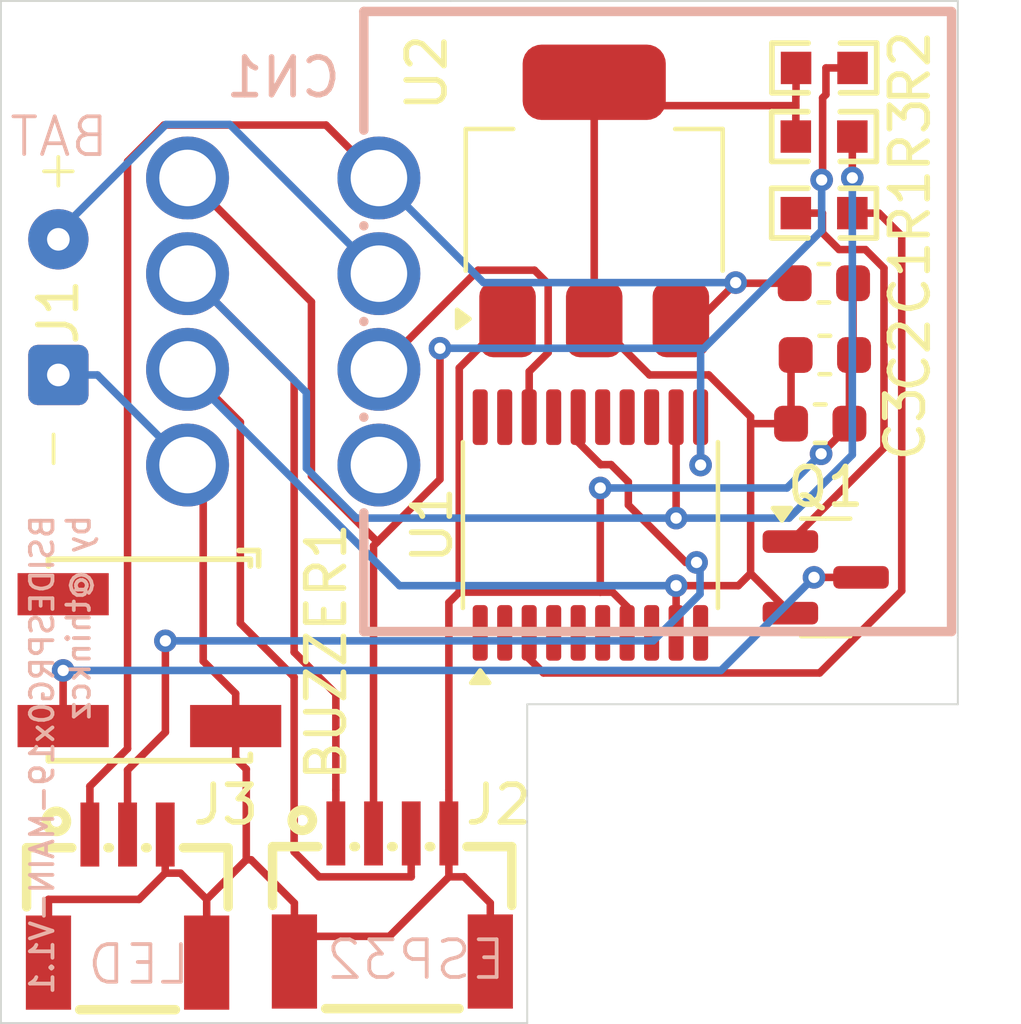
<source format=kicad_pcb>
(kicad_pcb (version 20240108) (generator "pcbnew") (generator_version "8.0")
  (layers (0 "F.Cu" signal) (31 "B.Cu" signal) (34 "B.Paste" user) (35 "F.Paste" user) (36 "B.SilkS" user "B.Silkscreen") (37 "F.SilkS" user "F.Silkscreen") (38 "B.Mask" user) (39 "F.Mask" user) (44 "Edge.Cuts" user))
  (net 0 "")
  (net 5 "Net-(BUZZER1-+)")
  (net 6 "+3V3")
  (net 8 "GND")
  (net 18 "Net-(CN1-PRM)")
  (net 20 "Net-(U1-PC6)")
  (net 21 "VDD")
  (net 22 "Net-(CN1-SCL)")
  (net 23 "Net-(CN1-SDA)")
  (net 24 "Net-(CN1-VDD)")
  (net 25 "Net-(Q1-B)")
  (net 26 "Net-(U1-PD6)")
  (footprint "BSides2025:R0603" (layer "F.Cu") (at 72.656 77.978)
    (property "Reference" "R2" (at 2.274 0 90) (layer "F.SilkS"))
    (property "Value" "10k")
    (fp_line (start -1.39 -0.66) (end -0.43 -0.66) (stroke (width 0.15)) (layer "F.SilkS"))
    (fp_line (start -1.39 0.66) (end -1.39 -0.66) (stroke (width 0.15)) (layer "F.SilkS"))
    (fp_line (start -0.43 0.66) (end -1.39 0.66) (stroke (width 0.15)) (layer "F.SilkS"))
    (fp_line (start 0.43 0.66) (end 1.39 0.66) (stroke (width 0.15)) (layer "F.SilkS"))
    (fp_line (start 1.39 -0.66) (end 0.43 -0.66) (stroke (width 0.15)) (layer "F.SilkS"))
    (fp_line (start 1.39 0.66) (end 1.39 -0.66) (stroke (width 0.15)) (layer "F.SilkS"))
    (pad "1" smd rect (at -0.75 0) (size 0.81 0.86) (layers "F.Cu" "F.Paste" "F.Mask") (net 6 "+3V3"))
    (pad "2" smd rect (at 0.75 0) (size 0.81 0.86) (layers "F.Cu" "F.Paste" "F.Mask") (net 23 "Net-(CN1-SDA)"))
  )
  (footprint "Package_TO_SOT_SMD:SOT-223-3_TabPin2" (layer "F.Cu") (at 66.548 81.509 90)
    (property "Reference" "U2" (at 3.404 -4.445 90) (layer "F.SilkS"))
    (property "Value" "AMS1117-3.3")
    (fp_line (start 1.91 -3.41) (end 1.91 -2.15) (stroke (width 0.12)) (layer "F.SilkS"))
    (fp_line (start -1.85 -3.41) (end 1.91 -3.41) (stroke (width 0.12)) (layer "F.SilkS"))
    (fp_line (start 1.91 3.41) (end 1.91 2.15) (stroke (width 0.12)) (layer "F.SilkS"))
    (fp_line (start -1.85 3.41) (end 1.91 3.41) (stroke (width 0.12)) (layer "F.SilkS"))
    (fp_poly (pts (xy -3.13 -3.31) (xy -3.37 -3.64) (xy -2.89 -3.64) (xy -3.13 -3.31)) (stroke (width 0.12)) (fill solid) (layer "F.SilkS"))
    (pad "1" smd roundrect (at -3.15 -2.3 90) (size 2 1.5) (layers "F.Cu" "F.Paste" "F.Mask") (net 8 "GND"))
    (pad "2" smd roundrect (at -3.15 0 90) (size 2 1.5) (layers "F.Cu" "F.Paste" "F.Mask") (net 6 "+3V3"))
    (pad "2" smd roundrect (at 3.15 0 90) (size 2 3.8) (layers "F.Cu" "F.Paste" "F.Mask") (net 6 "+3V3"))
    (pad "3" smd roundrect (at -3.15 2.3 90) (size 2 1.5) (layers "F.Cu" "F.Paste" "F.Mask") (net 21 "VDD"))
  )
  (footprint "Connector_Wire:SolderWire-0.1sqmm_1x02_P3.6mm_D0.4mm_OD1mm" (layer "F.Cu") (at 52.324 86.128 90)
    (property "Reference" "J1" (at 1.673 0 90) (layer "F.SilkS"))
    (property "Value" "battery 4.5V" (hide yes))
    (pad "1" thru_hole roundrect (at 0 0 90) (size 1.6 1.6) (drill 0.6) (layers "*.Cu" "*.Mask") (roundrect_rratio 0.15625) (net 8 "GND"))
    (pad "2" thru_hole circle (at 3.6 0 90) (size 1.6 1.6) (drill 0.6) (layers "*.Cu" "*.Mask") (net 24 "Net-(CN1-VDD)"))
  )
  (footprint "BSides2025:BUZ-SMD_3P-L5.2-W5.2-P3.50-BR" (layer "F.Cu") (at 54.741 93.698 90)
    (property "Reference" "BUZZER1" (at 0.226 4.695 90) (layer "F.SilkS"))
    (property "Value" "MLT-5030")
    (fp_line (start 2.68 -2.68) (end 2.68 2.68) (stroke (width 0.15)) (layer "F.SilkS"))
    (fp_line (start 2.5 -2.68) (end 2.68 -2.68) (stroke (width 0.15)) (layer "F.SilkS"))
    (fp_line (start -2.5 -2.68) (end -2.67 -2.68) (stroke (width 0.15)) (layer "F.SilkS"))
    (fp_line (start -2.67 -2.68) (end -2.67 2.68) (stroke (width 0.15)) (layer "F.SilkS"))
    (fp_line (start 2.68 2.68) (end 2.5 2.68) (stroke (width 0.15)) (layer "F.SilkS"))
    (fp_line (start -2.67 2.68) (end -2.5 2.68) (stroke (width 0.15)) (layer "F.SilkS"))
    (fp_line (start 2.91 2.9) (end 2.91 2.38) (stroke (width 0.15)) (layer "F.SilkS"))
    (fp_line (start 2.83 2.9) (end 2.91 2.9) (stroke (width 0.15)) (layer "F.SilkS"))
    (fp_line (start 2.5 2.9) (end 2.83 2.9) (stroke (width 0.15)) (layer "F.SilkS"))
    (pad "1" smd rect (at 1.75 -2.29 270) (size 1.12 2.42) (layers "F.Cu" "F.Paste" "F.Mask"))
    (pad "2" smd rect (at -1.75 -2.29 270) (size 1.12 2.42) (layers "F.Cu" "F.Paste" "F.Mask") (net 5 "Net-(BUZZER1-+)"))
    (pad "3" smd rect (at -1.75 2.29 270) (size 1.12 2.42) (layers "F.Cu" "F.Paste" "F.Mask") (net 8 "GND"))
  )
  (footprint "BSides2025:CONN-SMD_3P-P1.00_WAFER-SH1.0-3PWB" (layer "F.Cu") (at 54.161 100.027)
    (property "Reference" "J3" (at 2.608 -2.491 0) (layer "F.SilkS"))
    (property "Value" "LED")
    (fp_line (start -2.68 -1.35) (end -2.68 0.22) (stroke (width 0.25)) (layer "F.SilkS"))
    (fp_line (start -1.48 -1.35) (end -2.68 -1.35) (stroke (width 0.25)) (layer "F.SilkS"))
    (fp_line (start -1.27 2.95) (end 1.27 2.95) (stroke (width 0.25)) (layer "F.SilkS"))
    (fp_line (start -0.48 -1.35) (end -0.52 -1.35) (stroke (width 0.25)) (layer "F.SilkS"))
    (fp_line (start 0.52 -1.35) (end 0.48 -1.35) (stroke (width 0.25)) (layer "F.SilkS"))
    (fp_line (start 1.52 -1.35) (end 1.48 -1.35) (stroke (width 0.25)) (layer "F.SilkS"))
    (fp_line (start 1.52 -1.35) (end 2.67 -1.35) (stroke (width 0.25)) (layer "F.SilkS"))
    (fp_line (start 2.67 -1.35) (end 2.67 0.22) (stroke (width 0.25)) (layer "F.SilkS"))
    (fp_circle (center -1.89 -2.05) (end -1.62 -2.05) (stroke (width 0.25)) (fill none) (layer "F.SilkS"))
    (pad "1" smd rect (at -1 -1.7) (size 0.5 1.7) (layers "F.Cu" "F.Paste" "F.Mask") (net 21 "VDD"))
    (pad "2" smd rect (at 0 -1.7) (size 0.5 1.7) (layers "F.Cu" "F.Paste" "F.Mask") (net 20 "Net-(U1-PC6)"))
    (pad "3" smd rect (at 1 -1.7) (size 0.5 1.7) (layers "F.Cu" "F.Paste" "F.Mask") (net 8 "GND"))
    (pad "4" smd rect (at -2.1 1.7) (size 1.2 2.5) (layers "F.Cu" "F.Paste" "F.Mask") (net 8 "GND"))
    (pad "5" smd rect (at 2.1 1.7) (size 1.2 2.5) (layers "F.Cu" "F.Paste" "F.Mask") (net 8 "GND"))
  )
  (footprint "Package_TO_SOT_SMD:SOT-23" (layer "F.Cu") (at 72.6925 91.501)
    (property "Reference" "Q1" (at 0 -2.4 0) (layer "F.SilkS"))
    (property "Value" "MMBT3906")
    (fp_line (start 0 -1.56) (end -0.65 -1.56) (stroke (width 0.12)) (layer "F.SilkS"))
    (fp_line (start 0 -1.56) (end 0.65 -1.56) (stroke (width 0.12)) (layer "F.SilkS"))
    (fp_line (start 0 1.56) (end -0.65 1.56) (stroke (width 0.12)) (layer "F.SilkS"))
    (fp_line (start 0 1.56) (end 0.65 1.56) (stroke (width 0.12)) (layer "F.SilkS"))
    (fp_poly (pts (xy -1.1625 -1.51) (xy -1.4025 -1.84) (xy -0.9225 -1.84) (xy -1.1625 -1.51)) (stroke (width 0.12)) (fill solid) (layer "F.SilkS"))
    (pad "1" smd roundrect (at -0.9375 -0.95) (size 1.475 0.6) (layers "F.Cu" "F.Paste" "F.Mask") (net 25 "Net-(Q1-B)"))
    (pad "2" smd roundrect (at -0.9375 0.95) (size 1.475 0.6) (layers "F.Cu" "F.Paste" "F.Mask") (net 6 "+3V3"))
    (pad "3" smd roundrect (at 0.9375 0) (size 1.475 0.6) (layers "F.Cu" "F.Paste" "F.Mask") (net 5 "Net-(BUZZER1-+)"))
  )
  (footprint "Package_SO:TSSOP-20_4.4x6.5mm_P0.65mm" (layer "F.Cu") (at 66.447 90.1115 90)
    (property "Reference" "U1" (at 0 -4.2 90) (layer "F.SilkS"))
    (property "Value" "CH32V003FxPx")
    (fp_line (start 0 -3.385) (end 2.2 -3.385) (stroke (width 0.12)) (layer "F.SilkS"))
    (fp_line (start 0 -3.385) (end -2.2 -3.385) (stroke (width 0.12)) (layer "F.SilkS"))
    (fp_line (start 0 3.385) (end 2.2 3.385) (stroke (width 0.12)) (layer "F.SilkS"))
    (fp_line (start 0 3.385) (end -2.2 3.385) (stroke (width 0.12)) (layer "F.SilkS"))
    (fp_poly (pts (xy -3.86 -2.925) (xy -4.19 -3.165) (xy -4.19 -2.685) (xy -3.86 -2.925)) (stroke (width 0.12)) (fill solid) (layer "F.SilkS"))
    (pad "1" smd roundrect (at -2.8625 -2.925 90) (size 1.475 0.4) (layers "F.Cu" "F.Paste" "F.Mask"))
    (pad "2" smd roundrect (at -2.8625 -2.275 90) (size 1.475 0.4) (layers "F.Cu" "F.Paste" "F.Mask"))
    (pad "3" smd roundrect (at -2.8625 -1.625 90) (size 1.475 0.4) (layers "F.Cu" "F.Paste" "F.Mask") (net 26 "Net-(U1-PD6)"))
    (pad "4" smd roundrect (at -2.8625 -0.975 90) (size 1.475 0.4) (layers "F.Cu" "F.Paste" "F.Mask"))
    (pad "5" smd roundrect (at -2.8625 -0.325 90) (size 1.475 0.4) (layers "F.Cu" "F.Paste" "F.Mask"))
    (pad "6" smd roundrect (at -2.8625 0.325 90) (size 1.475 0.4) (layers "F.Cu" "F.Paste" "F.Mask"))
    (pad "7" smd roundrect (at -2.8625 0.975 90) (size 1.475 0.4) (layers "F.Cu" "F.Paste" "F.Mask") (net 8 "GND"))
    (pad "8" smd roundrect (at -2.8625 1.625 90) (size 1.475 0.4) (layers "F.Cu" "F.Paste" "F.Mask"))
    (pad "9" smd roundrect (at -2.8625 2.275 90) (size 1.475 0.4) (layers "F.Cu" "F.Paste" "F.Mask") (net 6 "+3V3"))
    (pad "10" smd roundrect (at -2.8625 2.925 90) (size 1.475 0.4) (layers "F.Cu" "F.Paste" "F.Mask"))
    (pad "11" smd roundrect (at 2.8625 2.925 90) (size 1.475 0.4) (layers "F.Cu" "F.Paste" "F.Mask") (net 23 "Net-(CN1-SDA)"))
    (pad "12" smd roundrect (at 2.8625 2.275 90) (size 1.475 0.4) (layers "F.Cu" "F.Paste" "F.Mask") (net 22 "Net-(CN1-SCL)"))
    (pad "13" smd roundrect (at 2.8625 1.625 90) (size 1.475 0.4) (layers "F.Cu" "F.Paste" "F.Mask"))
    (pad "14" smd roundrect (at 2.8625 0.975 90) (size 1.475 0.4) (layers "F.Cu" "F.Paste" "F.Mask"))
    (pad "15" smd roundrect (at 2.8625 0.325 90) (size 1.475 0.4) (layers "F.Cu" "F.Paste" "F.Mask"))
    (pad "16" smd roundrect (at 2.8625 -0.325 90) (size 1.475 0.4) (layers "F.Cu" "F.Paste" "F.Mask") (net 20 "Net-(U1-PC6)"))
    (pad "17" smd roundrect (at 2.8625 -0.975 90) (size 1.475 0.4) (layers "F.Cu" "F.Paste" "F.Mask"))
    (pad "18" smd roundrect (at 2.8625 -1.625 90) (size 1.475 0.4) (layers "F.Cu" "F.Paste" "F.Mask") (net 18 "Net-(CN1-PRM)"))
    (pad "19" smd roundrect (at 2.8625 -2.275 90) (size 1.475 0.4) (layers "F.Cu" "F.Paste" "F.Mask"))
    (pad "20" smd roundrect (at 2.8625 -2.925 90) (size 1.475 0.4) (layers "F.Cu" "F.Paste" "F.Mask"))
  )
  (footprint "BSides2025:R0603" (layer "F.Cu") (at 72.6496 81.832)
    (property "Reference" "R1" (at 2.2804 -0.171 90) (layer "F.SilkS"))
    (property "Value" "1k")
    (fp_line (start -1.39 -0.66) (end -0.43 -0.66) (stroke (width 0.15)) (layer "F.SilkS"))
    (fp_line (start -1.39 0.66) (end -1.39 -0.66) (stroke (width 0.15)) (layer "F.SilkS"))
    (fp_line (start -0.43 0.66) (end -1.39 0.66) (stroke (width 0.15)) (layer "F.SilkS"))
    (fp_line (start 0.43 0.66) (end 1.39 0.66) (stroke (width 0.15)) (layer "F.SilkS"))
    (fp_line (start 1.39 -0.66) (end 0.43 -0.66) (stroke (width 0.15)) (layer "F.SilkS"))
    (fp_line (start 1.39 0.66) (end 1.39 -0.66) (stroke (width 0.15)) (layer "F.SilkS"))
    (pad "1" smd rect (at -0.75 0) (size 0.81 0.86) (layers "F.Cu" "F.Paste" "F.Mask") (net 25 "Net-(Q1-B)"))
    (pad "2" smd rect (at 0.75 0) (size 0.81 0.86) (layers "F.Cu" "F.Paste" "F.Mask") (net 26 "Net-(U1-PD6)"))
  )
  (footprint "Capacitor_SMD:C_0603_1608Metric" (layer "F.Cu") (at 72.644 83.693)
    (property "Reference" "C1" (at 2.286 -0.127 90) (layer "F.SilkS"))
    (property "Value" "22uF")
    (fp_line (start -0.14058 -0.51) (end 0.14058 -0.51) (stroke (width 0.12)) (layer "F.SilkS"))
    (fp_line (start -0.14058 0.51) (end 0.14058 0.51) (stroke (width 0.12)) (layer "F.SilkS"))
    (pad "1" smd roundrect (at -0.775 0) (size 0.9 0.95) (layers "F.Cu" "F.Paste" "F.Mask") (net 21 "VDD"))
    (pad "2" smd roundrect (at 0.775 0) (size 0.9 0.95) (layers "F.Cu" "F.Paste" "F.Mask") (net 8 "GND"))
  )
  (footprint "Capacitor_SMD:C_0603_1608Metric" (layer "F.Cu") (at 72.5476 87.42)
    (property "Reference" "C3" (at 2.2554 0 90) (layer "F.SilkS"))
    (property "Value" "10nF")
    (fp_line (start -0.14058 -0.51) (end 0.14058 -0.51) (stroke (width 0.12)) (layer "F.SilkS"))
    (fp_line (start -0.14058 0.51) (end 0.14058 0.51) (stroke (width 0.12)) (layer "F.SilkS"))
    (pad "1" smd roundrect (at -0.775 0) (size 0.9 0.95) (layers "F.Cu" "F.Paste" "F.Mask") (net 6 "+3V3"))
    (pad "2" smd roundrect (at 0.775 0) (size 0.9 0.95) (layers "F.Cu" "F.Paste" "F.Mask") (net 8 "GND"))
  )
  (footprint "BSides2025:R0603" (layer "F.Cu") (at 72.6496 79.8)
    (property "Reference" "R3" (at 2.2804 -0.044 90) (layer "F.SilkS"))
    (property "Value" "10k")
    (fp_line (start -1.39 -0.66) (end -0.43 -0.66) (stroke (width 0.15)) (layer "F.SilkS"))
    (fp_line (start -1.39 0.66) (end -1.39 -0.66) (stroke (width 0.15)) (layer "F.SilkS"))
    (fp_line (start -0.43 0.66) (end -1.39 0.66) (stroke (width 0.15)) (layer "F.SilkS"))
    (fp_line (start 0.43 0.66) (end 1.39 0.66) (stroke (width 0.15)) (layer "F.SilkS"))
    (fp_line (start 1.39 -0.66) (end 0.43 -0.66) (stroke (width 0.15)) (layer "F.SilkS"))
    (fp_line (start 1.39 0.66) (end 1.39 -0.66) (stroke (width 0.15)) (layer "F.SilkS"))
    (pad "1" smd rect (at -0.75 0) (size 0.81 0.86) (layers "F.Cu" "F.Paste" "F.Mask") (net 6 "+3V3"))
    (pad "2" smd rect (at 0.75 0) (size 0.81 0.86) (layers "F.Cu" "F.Paste" "F.Mask") (net 22 "Net-(CN1-SCL)"))
  )
  (footprint "BSides2025:CONN-SMD_4P-P1.00_WAFER-SH1.0-4PWB" (layer "F.Cu") (at 61.19 99.998)
    (property "Reference" "J2" (at 2.818 -2.462 0) (layer "F.SilkS"))
    (property "Value" "ESPC3")
    (fp_line (start -3.18 -1.35) (end -3.18 0.21) (stroke (width 0.25)) (layer "F.SilkS"))
    (fp_line (start -1.98 -1.35) (end -3.18 -1.35) (stroke (width 0.25)) (layer "F.SilkS"))
    (fp_line (start -1.77 2.95) (end 1.77 2.95) (stroke (width 0.25)) (layer "F.SilkS"))
    (fp_line (start -0.98 -1.35) (end -1.02 -1.35) (stroke (width 0.25)) (layer "F.SilkS"))
    (fp_line (start 0.02 -1.35) (end -0.02 -1.35) (stroke (width 0.25)) (layer "F.SilkS"))
    (fp_line (start 1.02 -1.35) (end 0.98 -1.35) (stroke (width 0.25)) (layer "F.SilkS"))
    (fp_line (start 1.98 -1.35) (end 3.17 -1.35) (stroke (width 0.25)) (layer "F.SilkS"))
    (fp_line (start 3.17 -1.35) (end 3.17 0.21) (stroke (width 0.25)) (layer "F.SilkS"))
    (fp_circle (center -2.39 -2.05) (end -2.12 -2.05) (stroke (width 0.25)) (fill none) (layer "F.SilkS"))
    (pad "1" smd rect (at -1.5 -1.7) (size 0.5 1.7) (layers "F.Cu" "F.Paste" "F.Mask") (net 22 "Net-(CN1-SCL)"))
    (pad "2" smd rect (at -0.5 -1.7) (size 0.5 1.7) (layers "F.Cu" "F.Paste" "F.Mask") (net 23 "Net-(CN1-SDA)"))
    (pad "3" smd rect (at 0.5 -1.7) (size 0.5 1.7) (layers "F.Cu" "F.Paste" "F.Mask") (net 6 "+3V3"))
    (pad "4" smd rect (at 1.5 -1.7) (size 0.5 1.7) (layers "F.Cu" "F.Paste" "F.Mask") (net 8 "GND"))
    (pad "5" smd rect (at -2.6 1.7) (size 1.2 2.5) (layers "F.Cu" "F.Paste" "F.Mask") (net 8 "GND"))
    (pad "6" smd rect (at 2.6 1.7) (size 1.2 2.5) (layers "F.Cu" "F.Paste" "F.Mask") (net 8 "GND"))
  )
  (footprint "Capacitor_SMD:C_0603_1608Metric" (layer "F.Cu") (at 72.67 85.598)
    (property "Reference" "C2" (at 2.26 0 90) (layer "F.SilkS"))
    (property "Value" "22uF")
    (fp_line (start -0.14058 -0.51) (end 0.14058 -0.51) (stroke (width 0.12)) (layer "F.SilkS"))
    (fp_line (start -0.14058 0.51) (end 0.14058 0.51) (stroke (width 0.12)) (layer "F.SilkS"))
    (pad "1" smd roundrect (at -0.775 0) (size 0.9 0.95) (layers "F.Cu" "F.Paste" "F.Mask") (net 6 "+3V3"))
    (pad "2" smd roundrect (at 0.775 0) (size 0.9 0.95) (layers "F.Cu" "F.Paste" "F.Mask") (net 8 "GND"))
  )
  (footprint "BSides2025:CONN-TH_ER08BGFBK" (layer "B.Cu") (at 58.293 84.709 -90)
    (property "Reference" "CN1" (at -6.477 0 0) (layer "B.SilkS") (effects (justify mirror)))
    (property "Value" "ER08BGFBK")
    (fp_line (start -8.23 -2.14) (end -8.23 -17.74) (stroke (width 0.25)) (layer "B.SilkS"))
    (fp_line (start -5.08 -2.14) (end -8.23 -2.14) (stroke (width 0.25)) (layer "B.SilkS"))
    (fp_line (start -2.54 -2.14) (end -2.54 -2.14) (stroke (width 0.25)) (layer "B.SilkS"))
    (fp_line (start 0 -2.14) (end 0 -2.14) (stroke (width 0.25)) (layer "B.SilkS"))
    (fp_line (start 2.54 -2.14) (end 2.54 -2.14) (stroke (width 0.25)) (layer "B.SilkS"))
    (fp_line (start 8.23 -2.14) (end 5.08 -2.14) (stroke (width 0.25)) (layer "B.SilkS"))
    (fp_line (start -8.22 -17.74) (end 8.23 -17.74) (stroke (width 0.25)) (layer "B.SilkS"))
    (fp_line (start 8.23 -17.74) (end 8.23 -2.14) (stroke (width 0.25)) (layer "B.SilkS"))
    (pad "A1" thru_hole circle (at 3.81 2.54 90) (size 2.2 2.2) (drill 1.500022) (layers "*.Cu" "*.Mask") (net 8 "GND"))
    (pad "A2" thru_hole circle (at 1.27 2.54 90) (size 2.2 2.2) (drill 1.500022) (layers "*.Cu" "*.Mask") (net 6 "+3V3"))
    (pad "A3" thru_hole circle (at -1.27 2.54 90) (size 2.2 2.2) (drill 1.500022) (layers "*.Cu" "*.Mask") (net 22 "Net-(CN1-SCL)"))
    (pad "A4" thru_hole circle (at -3.81 2.54 90) (size 2.2 2.2) (drill 1.500022) (layers "*.Cu" "*.Mask") (net 23 "Net-(CN1-SDA)"))
    (pad "B1" thru_hole circle (at 3.81 -2.54 90) (size 2.2 2.2) (drill 1.500022) (layers "*.Cu" "*.Mask"))
    (pad "B2" thru_hole circle (at 1.27 -2.54 90) (size 2.2 2.2) (drill 1.500022) (layers "*.Cu" "*.Mask") (net 18 "Net-(CN1-PRM)"))
    (pad "B3" thru_hole circle (at -1.27 -2.54 90) (size 2.2 2.2) (drill 1.500022) (layers "*.Cu" "*.Mask") (net 24 "Net-(CN1-VDD)"))
    (pad "B4" thru_hole circle (at -3.81 -2.54 90) (size 2.2 2.2) (drill 1.500022) (layers "*.Cu" "*.Mask") (net 21 "VDD"))
  )
  (gr_line (start 64.77 103.332) (end 50.8 103.332) (stroke (width 0.05)) (layer "Edge.Cuts"))
  (gr_line (start 76.2 93.091) (end 76.2 94.869) (stroke (width 0.05)) (layer "Edge.Cuts"))
  (gr_line (start 76.2 93.091) (end 76.2 76.2) (stroke (width 0.05)) (layer "Edge.Cuts"))
  (gr_line (start 76.2 94.869) (end 64.77 94.869) (stroke (width 0.05)) (layer "Edge.Cuts"))
  (gr_line (start 50.8 76.2) (end 62.738 76.2) (stroke (width 0.05)) (layer "Edge.Cuts"))
  (gr_line (start 50.8 103.332) (end 50.8 76.2) (stroke (width 0.05)) (layer "Edge.Cuts"))
  (gr_line (start 76.2 76.2) (end 62.738 76.2) (stroke (width 0.05)) (layer "Edge.Cuts"))
  (gr_line (start 64.77 94.869) (end 64.77 103.332) (stroke (width 0.05)) (layer "Edge.Cuts"))
  (gr_text "BSIDESPRG0x19-MAIN-V1.1\nby @thinkcz" (at 53.213 89.789 90) (layer "B.SilkS") (effects (font (size 0.6 0.6) (thickness 0.1)) (justify left bottom mirror)))
  (gr_text "BAT" (at 53.721 80.391 0) (layer "B.SilkS") (effects (font (size 1 1) (thickness 0.1)) (justify left bottom mirror)))
  (gr_text "ESP32" (at 64.262 102.235 0) (layer "B.SilkS") (effects (font (size 1 1) (thickness 0.1)) (justify left bottom mirror)))
  (gr_text "LED" (at 55.88 102.362 0) (layer "B.SilkS") (effects (font (size 1 1) (thickness 0.1)) (justify left bottom mirror)))
  (gr_text "-\n" (at 52.705 88.773 90) (layer "F.SilkS") (effects (font (size 1 1) (thickness 0.1)) (justify left bottom)))
  (gr_text "+" (at 52.832 81.407 90) (layer "F.SilkS") (effects (font (size 1 1) (thickness 0.1)) (justify left bottom)))
  (segment (start 52.451 93.9717) (end 52.451 95.448) (width 0.2) (layer "F.Cu") (net 5))
  (segment (start 73.63 91.501) (end 72.3823 91.501) (width 0.2) (layer "F.Cu") (net 5))
  (via (at 52.451 93.9717) (size 0.6) (drill 0.3) (layers "F.Cu" "B.Cu") (net 5))
  (via (at 72.3823 91.501) (size 0.6) (drill 0.3) (layers "F.Cu" "B.Cu") (net 5))
  (segment (start 52.451 93.9717) (end 69.9116 93.9717) (width 0.2) (layer "B.Cu") (net 5))
  (segment (start 69.9116 93.9717) (end 72.3823 91.501) (width 0.2) (layer "B.Cu") (net 5))
  (segment (start 71.7726 87.42) (end 70.6994 87.42) (width 0.2) (layer "F.Cu") (net 6))
  (segment (start 70.3735 91.7213) (end 70.6994 91.3954) (width 0.2) (layer "F.Cu") (net 6))
  (segment (start 68.722 92.974) (end 68.722 91.7213) (width 0.2) (layer "F.Cu") (net 6))
  (segment (start 68.722 91.7213) (end 70.3735 91.7213) (width 0.2) (layer "F.Cu") (net 6))
  (segment (start 71.7726 87.42) (end 71.7726 85.7204) (width 0.2) (layer "F.Cu") (net 6))
  (segment (start 70.6994 91.3954) (end 70.6994 87.42) (width 0.2) (layer "F.Cu") (net 6))
  (segment (start 57.1547 92.7195) (end 58.5825 94.1473) (width 0.2) (layer "F.Cu") (net 6))
  (segment (start 71.7726 85.7204) (end 71.895 85.598) (width 0.2) (layer "F.Cu") (net 6))
  (segment (start 70.6994 87.42) (end 70.6994 87.2379) (width 0.2) (layer "F.Cu") (net 6))
  (segment (start 58.5825 98.7871) (end 59.2451 99.4497) (width 0.2) (layer "F.Cu") (net 6))
  (segment (start 71.8996 78.9795) (end 71.8996 79.8) (width 0.2) (layer "F.Cu") (net 6))
  (segment (start 71.8996 78.7161) (end 71.8996 78.9795) (width 0.2) (layer "F.Cu") (net 6))
  (segment (start 70.6994 91.3954) (end 71.755 92.451) (width 0.2) (layer "F.Cu") (net 6))
  (segment (start 66.548 78.9795) (end 66.548 84.659) (width 0.2) (layer "F.Cu") (net 6))
  (segment (start 55.753 85.979) (end 57.1547 87.3807) (width 0.2) (layer "F.Cu") (net 6))
  (segment (start 57.1547 87.3807) (end 57.1547 92.7195) (width 0.2) (layer "F.Cu") (net 6))
  (segment (start 66.548 78.359) (end 66.548 78.9795) (width 0.2) (layer "F.Cu") (net 6))
  (segment (start 69.5883 86.1268) (end 68.0158 86.1268) (width 0.2) (layer "F.Cu") (net 6))
  (segment (start 70.6994 87.2379) (end 69.5883 86.1268) (width 0.2) (layer "F.Cu") (net 6))
  (segment (start 59.2451 99.4497) (end 61.69 99.4497) (width 0.2) (layer "F.Cu") (net 6))
  (segment (start 71.906 78.7097) (end 71.8996 78.7161) (width 0.2) (layer "F.Cu") (net 6))
  (segment (start 68.0158 86.1268) (end 66.548 84.659) (width 0.2) (layer "F.Cu") (net 6))
  (segment (start 58.5825 94.1473) (end 58.5825 98.7871) (width 0.2) (layer "F.Cu") (net 6))
  (segment (start 71.906 77.978) (end 71.906 78.7097) (width 0.2) (layer "F.Cu") (net 6))
  (segment (start 61.69 98.298) (end 61.69 99.4497) (width 0.2) (layer "F.Cu") (net 6))
  (segment (start 66.548 78.9795) (end 71.8996 78.9795) (width 0.2) (layer "F.Cu") (net 6))
  (via (at 68.722 91.7213) (size 0.6) (drill 0.3) (layers "F.Cu" "B.Cu") (net 6))
  (segment (start 55.753 86.0933) (end 61.381 91.7213) (width 0.2) (layer "B.Cu") (net 6))
  (segment (start 61.381 91.7213) (end 68.722 91.7213) (width 0.2) (layer "B.Cu") (net 6))
  (segment (start 55.753 85.979) (end 55.753 86.0933) (width 0.2) (layer "B.Cu") (net 6))
  (segment (start 56.261 101.6) (end 56.261 100.8241) (width 0.2) (layer "F.Cu") (net 8))
  (segment (start 55.753 88.519) (end 56.1693 88.9353) (width 0.2) (layer "F.Cu") (net 8))
  (segment (start 55.5644 99.3517) (end 55.161 99.3517) (width 0.2) (layer "F.Cu") (net 8))
  (segment (start 56.261 100.8241) (end 56.261 100.0483) (width 0.2) (layer "F.Cu") (net 8))
  (segment (start 62.9658 91.8936) (end 62.9658 85.9412) (width 0.2) (layer "F.Cu") (net 8))
  (segment (start 73.419 85.598) (end 73.445 85.598) (width 0.2) (layer "F.Cu") (net 8))
  (segment (start 57.4406 98.9969) (end 57.3124 98.9969) (width 0.2) (layer "F.Cu") (net 8))
  (segment (start 58.59 100.1463) (end 57.4406 98.9969) (width 0.2) (layer "F.Cu") (net 8))
  (segment (start 57.3124 98.9969) (end 56.261 100.0483) (width 0.2) (layer "F.Cu") (net 8))
  (segment (start 52.061 100.0483) (end 54.4644 100.0483) (width 0.2) (layer "F.Cu") (net 8))
  (segment (start 57.031 95.448) (end 57.031 96.3097) (width 0.2) (layer "F.Cu") (net 8))
  (segment (start 62.69 99.4497) (end 61.1105 101.0292) (width 0.2) (layer "F.Cu") (net 8))
  (segment (start 62.69 98.298) (end 62.69 99.0911) (width 0.2) (layer "F.Cu") (net 8))
  (segment (start 58.59 101.698) (end 58.59 101.0292) (width 0.2) (layer "F.Cu") (net 8))
  (segment (start 54.4644 100.0483) (end 55.161 99.3517) (width 0.2) (layer "F.Cu") (net 8))
  (segment (start 62.69 92.1694) (end 62.9658 91.8936) (width 0.2) (layer "F.Cu") (net 8))
  (segment (start 73.3226 87.469) (end 73.3226 87.42) (width 0.2) (layer "F.Cu") (net 8))
  (segment (start 63.79 100.1463) (end 63.0934 99.4497) (width 0.2) (layer "F.Cu") (net 8))
  (segment (start 72.5706 88.221) (end 73.3226 87.469) (width 0.2) (layer "F.Cu") (net 8))
  (segment (start 57.031 96.3097) (end 57.3124 96.5911) (width 0.2) (layer "F.Cu") (net 8))
  (segment (start 56.1693 93.7246) (end 57.031 94.5863) (width 0.2) (layer "F.Cu") (net 8))
  (segment (start 63.0934 99.4497) (end 62.69 99.4497) (width 0.2) (layer "F.Cu") (net 8))
  (segment (start 56.261 100.0483) (end 55.5644 99.3517) (width 0.2) (layer "F.Cu") (net 8))
  (segment (start 62.69 99.0911) (end 62.69 99.4497) (width 0.2) (layer "F.Cu") (net 8))
  (segment (start 62.9658 85.9412) (end 64.248 84.659) (width 0.2) (layer "F.Cu") (net 8))
  (segment (start 67.422 92.2805) (end 67.0351 91.8936) (width 0.2) (layer "F.Cu") (net 8))
  (segment (start 62.69 97.1463) (end 62.69 92.1694) (width 0.2) (layer "F.Cu") (net 8))
  (segment (start 52.061 101.6) (end 52.061 100.0483) (width 0.2) (layer "F.Cu") (net 8))
  (segment (start 62.69 98.298) (end 62.69 97.1463) (width 0.2) (layer "F.Cu") (net 8))
  (segment (start 67.0351 91.8936) (end 66.7083 91.8936) (width 0.2) (layer "F.Cu") (net 8))
  (segment (start 58.59 101.0292) (end 58.59 100.1463) (width 0.2) (layer "F.Cu") (net 8))
  (segment (start 55.161 98.2) (end 55.161 99.3517) (width 0.2) (layer "F.Cu") (net 8))
  (segment (start 73.419 85.598) (end 73.419 83.693) (width 0.2) (layer "F.Cu") (net 8))
  (segment (start 56.1693 88.9353) (end 56.1693 93.7246) (width 0.2) (layer "F.Cu") (net 8))
  (segment (start 66.7083 91.8936) (end 66.7083 89.1284) (width 0.2) (layer "F.Cu") (net 8))
  (segment (start 61.1105 101.0292) (end 58.59 101.0292) (width 0.2) (layer "F.Cu") (net 8))
  (segment (start 73.3226 85.6944) (end 73.419 85.598) (width 0.2) (layer "F.Cu") (net 8))
  (segment (start 66.7083 91.8936) (end 62.9658 91.8936) (width 0.2) (layer "F.Cu") (net 8))
  (segment (start 67.422 92.974) (end 67.422 92.2805) (width 0.2) (layer "F.Cu") (net 8))
  (segment (start 57.031 95.448) (end 57.031 94.5863) (width 0.2) (layer "F.Cu") (net 8))
  (segment (start 73.3226 87.42) (end 73.3226 85.6944) (width 0.2) (layer "F.Cu") (net 8))
  (segment (start 57.3124 96.5911) (end 57.3124 98.9969) (width 0.2) (layer "F.Cu") (net 8))
  (segment (start 63.79 101.698) (end 63.79 100.1463) (width 0.2) (layer "F.Cu") (net 8))
  (via (at 66.7083 89.1284) (size 0.6) (drill 0.3) (layers "F.Cu" "B.Cu") (net 8))
  (via (at 72.5706 88.221) (size 0.6) (drill 0.3) (layers "F.Cu" "B.Cu") (net 8))
  (segment (start 71.6632 89.1284) (end 72.5706 88.221) (width 0.2) (layer "B.Cu") (net 8))
  (segment (start 53.362 86.128) (end 55.753 88.519) (width 0.2) (layer "B.Cu") (net 8))
  (segment (start 66.7083 89.1284) (end 71.6632 89.1284) (width 0.2) (layer "B.Cu") (net 8))
  (segment (start 52.324 86.128) (end 53.362 86.128) (width 0.2) (layer "B.Cu") (net 8))
  (segment (start 64.9631 83.3474) (end 63.4646 83.3474) (width 0.2) (layer "F.Cu") (net 18))
  (segment (start 65.326 85.5338) (end 65.326 83.7103) (width 0.2) (layer "F.Cu") (net 18))
  (segment (start 64.822 87.249) (end 64.822 86.0378) (width 0.2) (layer "F.Cu") (net 18))
  (segment (start 65.326 83.7103) (end 64.9631 83.3474) (width 0.2) (layer "F.Cu") (net 18))
  (segment (start 63.4646 83.3474) (end 60.833 85.979) (width 0.2) (layer "F.Cu") (net 18))
  (segment (start 64.822 86.0378) (end 65.326 85.5338) (width 0.2) (layer "F.Cu") (net 18))
  (segment (start 66.122 87.9109) (end 66.7195 88.5084) (width 0.2) (layer "F.Cu") (net 20))
  (segment (start 67.454 89.5789) (end 68.9796 91.1045) (width 0.2) (layer "F.Cu") (net 20))
  (segment (start 54.161 96.6142) (end 54.161 98.2) (width 0.2) (layer "F.Cu") (net 20))
  (segment (start 55.1652 93.1854) (end 55.1652 95.61) (width 0.2) (layer "F.Cu") (net 20))
  (segment (start 66.122 87.249) (end 66.122 87.9109) (width 0.2) (layer "F.Cu") (net 20))
  (segment (start 68.9796 91.1045) (end 69.2652 91.1045) (width 0.2) (layer "F.Cu") (net 20))
  (segment (start 67.454 88.9674) (end 67.454 89.5789) (width 0.2) (layer "F.Cu") (net 20))
  (segment (start 66.7195 88.5084) (end 66.995 88.5084) (width 0.2) (layer "F.Cu") (net 20))
  (segment (start 55.1652 95.61) (end 54.161 96.6142) (width 0.2) (layer "F.Cu") (net 20))
  (segment (start 66.995 88.5084) (end 67.454 88.9674) (width 0.2) (layer "F.Cu") (net 20))
  (via (at 69.2652 91.1045) (size 0.6) (drill 0.3) (layers "F.Cu" "B.Cu") (net 20))
  (via (at 55.1652 93.1854) (size 0.6) (drill 0.3) (layers "F.Cu" "B.Cu") (net 20))
  (segment (start 69.357 91.9435) (end 69.357 91.1963) (width 0.2) (layer "B.Cu") (net 20))
  (segment (start 55.1652 93.1854) (end 68.1151 93.1854) (width 0.2) (layer "B.Cu") (net 20))
  (segment (start 69.357 91.1963) (end 69.2652 91.1045) (width 0.2) (layer "B.Cu") (net 20))
  (segment (start 68.1151 93.1854) (end 69.357 91.9435) (width 0.2) (layer "B.Cu") (net 20))
  (segment (start 68.848 84.659) (end 69.3368 84.659) (width 0.2) (layer "F.Cu") (net 21))
  (segment (start 54.161 96.0462) (end 53.161 97.0462) (width 0.2) (layer "F.Cu") (net 21))
  (segment (start 59.4287 79.4947) (end 55.1269 79.4947) (width 0.2) (layer "F.Cu") (net 21))
  (segment (start 55.1269 79.4947) (end 54.161 80.4606) (width 0.2) (layer "F.Cu") (net 21))
  (segment (start 53.161 97.0462) (end 53.161 97.0483) (width 0.2) (layer "F.Cu") (net 21))
  (segment (start 60.833 80.899) (end 59.4287 79.4947) (width 0.2) (layer "F.Cu") (net 21))
  (segment (start 71.869 83.693) (end 70.3028 83.693) (width 0.2) (layer "F.Cu") (net 21))
  (segment (start 53.161 98.2) (end 53.161 97.0483) (width 0.2) (layer "F.Cu") (net 21))
  (segment (start 70.3028 83.693) (end 70.3028 83.6766) (width 0.2) (layer "F.Cu") (net 21))
  (segment (start 54.161 80.4606) (end 54.161 96.0462) (width 0.2) (layer "F.Cu") (net 21))
  (segment (start 69.3368 84.659) (end 70.3028 83.693) (width 0.2) (layer "F.Cu") (net 21))
  (via (at 70.3028 83.6766) (size 0.6) (drill 0.3) (layers "F.Cu" "B.Cu") (net 21))
  (segment (start 63.6106 83.6766) (end 70.3028 83.6766) (width 0.2) (layer "B.Cu") (net 21))
  (segment (start 60.833 80.899) (end 63.6106 83.6766) (width 0.2) (layer "B.Cu") (net 21))
  (segment (start 59.69 97.1463) (end 59.69 94.5938) (width 0.2) (layer "F.Cu") (net 22))
  (segment (start 73.3996 79.8) (end 73.3996 80.8956) (width 0.2) (layer "F.Cu") (net 22))
  (segment (start 68.722 89.9275) (end 68.722 87.249) (width 0.2) (layer "F.Cu") (net 22))
  (segment (start 59.69 98.298) (end 59.69 97.1463) (width 0.2) (layer "F.Cu") (net 22))
  (segment (start 58.5833 93.4871) (end 58.5833 86.2693) (width 0.2) (layer "F.Cu") (net 22))
  (segment (start 58.5833 86.2693) (end 55.753 83.439) (width 0.2) (layer "F.Cu") (net 22))
  (segment (start 59.69 94.5938) (end 58.5833 93.4871) (width 0.2) (layer "F.Cu") (net 22))
  (via (at 73.3996 80.8956) (size 0.6) (drill 0.3) (layers "F.Cu" "B.Cu") (net 22))
  (via (at 68.722 89.9275) (size 0.6) (drill 0.3) (layers "F.Cu" "B.Cu") (net 22))
  (segment (start 68.722 89.9275) (end 71.7189 89.9275) (width 0.2) (layer "B.Cu") (net 22))
  (segment (start 71.7189 89.9275) (end 73.3996 88.2468) (width 0.2) (layer "B.Cu") (net 22))
  (segment (start 73.3996 88.2468) (end 73.3996 80.8956) (width 0.2) (layer "B.Cu") (net 22))
  (segment (start 58.9073 86.5933) (end 58.9073 88.6033) (width 0.2) (layer "B.Cu") (net 22))
  (segment (start 58.9073 88.6033) (end 60.2315 89.9275) (width 0.2) (layer "B.Cu") (net 22))
  (segment (start 55.753 83.439) (end 58.9073 86.5933) (width 0.2) (layer "B.Cu") (net 22))
  (segment (start 60.2315 89.9275) (end 68.722 89.9275) (width 0.2) (layer "B.Cu") (net 22))
  (segment (start 72.6993 78.6847) (end 72.6112 78.7728) (width 0.2) (layer "F.Cu") (net 23))
  (segment (start 60.7923 90.5594) (end 59.042 88.8091) (width 0.2) (layer "F.Cu") (net 23))
  (segment (start 72.6112 78.7728) (end 72.6112 80.9247) (width 0.2) (layer "F.Cu") (net 23))
  (segment (start 59.042 88.8091) (end 59.042 84.188) (width 0.2) (layer "F.Cu") (net 23))
  (segment (start 60.7923 90.5594) (end 62.4538 88.8979) (width 0.2) (layer "F.Cu") (net 23))
  (segment (start 62.4538 88.8979) (end 62.4538 85.4194) (width 0.2) (layer "F.Cu") (net 23))
  (segment (start 60.69 90.6617) (end 60.7923 90.5594) (width 0.2) (layer "F.Cu") (net 23))
  (segment (start 60.69 98.298) (end 60.69 90.6617) (width 0.2) (layer "F.Cu") (net 23))
  (segment (start 72.6993 77.978) (end 72.6993 78.6847) (width 0.2) (layer "F.Cu") (net 23))
  (segment (start 73.406 77.978) (end 72.6993 77.978) (width 0.2) (layer "F.Cu") (net 23))
  (segment (start 72.6112 80.9247) (end 72.5854 80.9505) (width 0.2) (layer "F.Cu") (net 23))
  (segment (start 69.372 87.249) (end 69.372 88.5193) (width 0.2) (layer "F.Cu") (net 23))
  (segment (start 59.042 84.188) (end 55.753 80.899) (width 0.2) (layer "F.Cu") (net 23))
  (via (at 69.372 88.5193) (size 0.6) (drill 0.3) (layers "F.Cu" "B.Cu") (net 23))
  (via (at 62.4538 85.4194) (size 0.6) (drill 0.3) (layers "F.Cu" "B.Cu") (net 23))
  (via (at 72.5854 80.9505) (size 0.6) (drill 0.3) (layers "F.Cu" "B.Cu") (net 23))
  (segment (start 69.372 85.4194) (end 69.4598 85.4194) (width 0.2) (layer "B.Cu") (net 23))
  (segment (start 62.4538 85.4194) (end 69.372 85.4194) (width 0.2) (layer "B.Cu") (net 23))
  (segment (start 69.372 88.5193) (end 69.372 85.4194) (width 0.2) (layer "B.Cu") (net 23))
  (segment (start 72.5854 82.2938) (end 72.5854 80.9505) (width 0.2) (layer "B.Cu") (net 23))
  (segment (start 69.4598 85.4194) (end 72.5854 82.2938) (width 0.2) (layer "B.Cu") (net 23))
  (segment (start 55.1825 79.4785) (end 52.324 82.337) (width 0.2) (layer "B.Cu") (net 24))
  (segment (start 56.8725 79.4785) (end 55.1825 79.4785) (width 0.2) (layer "B.Cu") (net 24))
  (segment (start 60.833 83.439) (end 56.8725 79.4785) (width 0.2) (layer "B.Cu") (net 24))
  (segment (start 52.324 82.337) (end 52.324 82.528) (width 0.2) (layer "B.Cu") (net 24))
  (segment (start 71.755 90.551) (end 74.2397 88.0663) (width 0.2) (layer "F.Cu") (net 25))
  (segment (start 71.8996 81.832) (end 72.6063 81.832) (width 0.2) (layer "F.Cu") (net 25))
  (segment (start 73.7466 82.7994) (end 73.0477 82.7994) (width 0.2) (layer "F.Cu") (net 25))
  (segment (start 74.2397 88.0663) (end 74.2397 83.2925) (width 0.2) (layer "F.Cu") (net 25))
  (segment (start 72.6063 82.358) (end 72.6063 81.832) (width 0.2) (layer "F.Cu") (net 25))
  (segment (start 73.0477 82.7994) (end 72.6063 82.358) (width 0.2) (layer "F.Cu") (net 25))
  (segment (start 74.2397 83.2925) (end 73.7466 82.7994) (width 0.2) (layer "F.Cu") (net 25))
  (segment (start 72.5315 94.0384) (end 65.2023 94.0384) (width 0.2) (layer "F.Cu") (net 26))
  (segment (start 74.7109 91.859) (end 72.5315 94.0384) (width 0.2) (layer "F.Cu") (net 26))
  (segment (start 74.1063 81.832) (end 74.7109 82.4366) (width 0.2) (layer "F.Cu") (net 26))
  (segment (start 73.3996 81.832) (end 74.1063 81.832) (width 0.2) (layer "F.Cu") (net 26))
  (segment (start 65.2023 94.0384) (end 64.822 93.6581) (width 0.2) (layer "F.Cu") (net 26))
  (segment (start 74.7109 82.4366) (end 74.7109 91.859) (width 0.2) (layer "F.Cu") (net 26))
  (segment (start 64.822 93.6581) (end 64.822 92.974) (width 0.2) (layer "F.Cu") (net 26))
)
</source>
